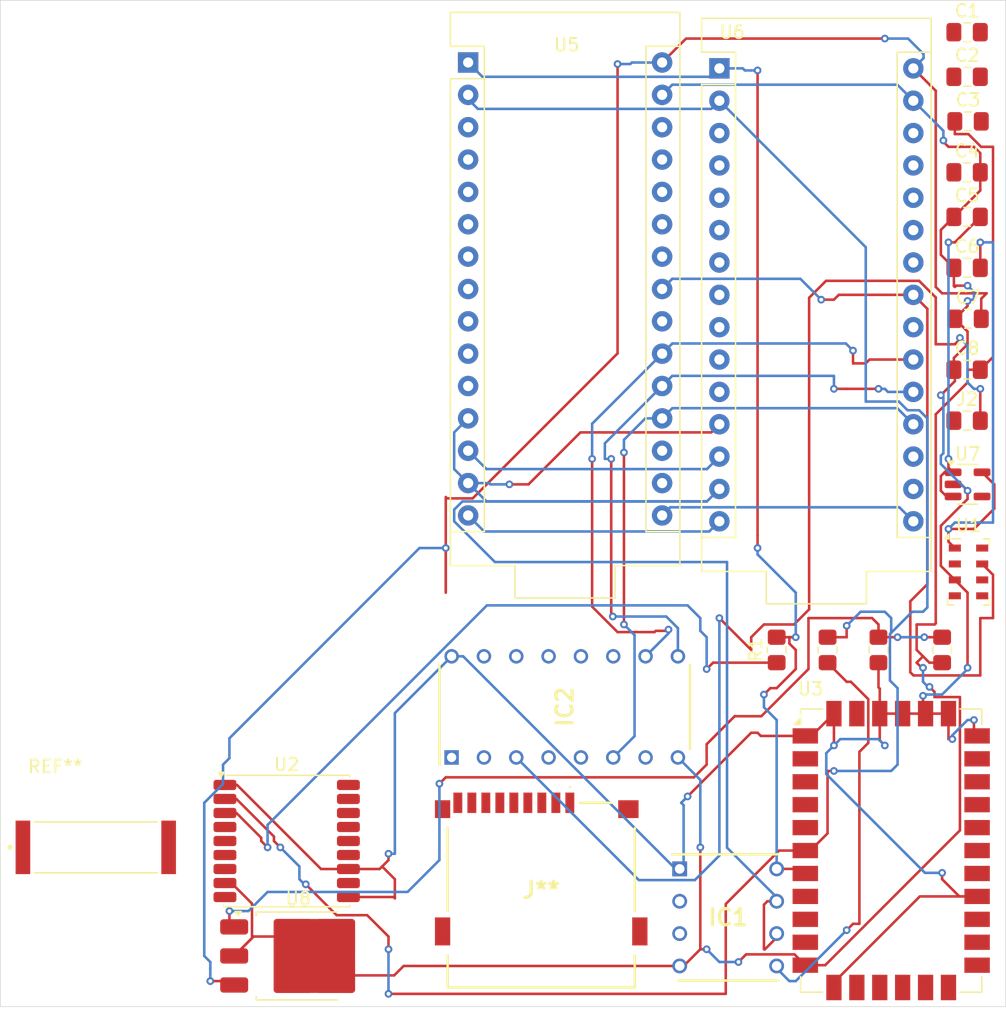
<source format=kicad_pcb>
(kicad_pcb (version 20240108) (generator "pcbnew") (generator_version "8.0")
  (layers (0 "F.Cu" signal) (31 "B.Cu" signal) (34 "B.Paste" user) (35 "F.Paste" user) (36 "B.SilkS" user "B.Silkscreen") (37 "F.SilkS" user "F.Silkscreen") (38 "B.Mask" user) (39 "F.Mask" user) (44 "Edge.Cuts" user))
  (net 0 "")
  (net 1 "Net-(U4-C2+)")
  (net 2 "Net-(U4-C2-)")
  (net 3 "Net-(U4-C1+)")
  (net 4 "Net-(U4-C1-)")
  (net 5 "Net-(IC1-DI)")
  (net 6 "Net-(U4-VS+)")
  (net 7 "Net-(U4-VS-)")
  (net 8 "GND")
  (net 9 "Net-(BT1-+)")
  (net 10 "Net-(U1-VDD)")
  (net 11 "Net-(BT2-+)")
  (net 12 "Net-(U3-PB12)")
  (net 15 "Net-(IC1-A)")
  (net 16 "Net-(IC1-VCC)")
  (net 17 "Net-(IC1-GND)")
  (net 21 "Net-(IC2-COMMON_“Y”_OUT{slash}IN)")
  (net 22 "Net-(IC2-INH)")
  (net 23 "Net-(IC2-A)")
  (net 28 "Net-(IC2-B)")
  (net 30 "Net-(IC2-COMMON_“X”_OUT{slash}IN)")
  (net 33 "Net-(U2-RXD1)")
  (net 34 "Net-(U2-TXD1)")
  (net 35 "Net-(U8-ADJ)")
  (net 37 "Net-(U1-SDI{slash}SDA)")
  (net 79 "Net-(J1-CLK)")
  (net 85 "Net-(J1-DAT0)")
  (net 91 "Net-(J1-CMD)")
  (footprint "Package_TO_SOT_SMD:SOT-23-5" (layer "F.Cu") (at 142.5 58.065685)
    (property "Reference" "U7")
    (property "Value" "TPS7A0530PDBV")
  )
  (footprint "MAX485EPA+:DIP762W56P254L938H457Q8N" (layer "F.Cu") (at 123.69 92.065685)
    (property "Reference" "IC1")
    (property "Value" "MAX485EPA+" (hide yes))
  )
  (footprint "Capacitor_SMD:C_0805_2012Metric_Pad1.18x1.45mm_HandSolder" (layer "F.Cu") (at 142.4625 22.565685)
    (property "Reference" "C1")
    (property "Value" "10u")
  )
  (footprint "Resistor_SMD:R_0805_2012Metric_Pad1.20x1.40mm_HandSolder" (layer "F.Cu") (at 135.5 71.065685 90)
    (property "Reference" "R4" (hide yes))
    (property "Value" "3k")
  )
  (footprint "Capacitor_SMD:C_0805_2012Metric_Pad1.18x1.45mm_HandSolder" (layer "F.Cu") (at 142.4625 53.065685)
    (property "Reference" "J2")
    (property "Value" "DE9_Plug")
  )
  (footprint "Capacitor_SMD:C_0805_2012Metric_Pad1.18x1.45mm_HandSolder" (layer "F.Cu") (at 142.5375 29.565685)
    (property "Reference" "C3")
    (property "Value" "10u")
  )
  (footprint "MicroSD:MICROSDCARD" (layer "F.Cu") (at 109 89.915685)
    (property "Reference" "J**")
    (property "Value" "MICROSDCARD" (hide yes))
  )
  (footprint "Arduino:Arduino_Nano" (layer "F.Cu") (at 103.26 24.945685)
    (property "Reference" "U5")
    (property "Value" "Arduino_Nano")
  )
  (footprint "Capacitor_SMD:C_0805_2012Metric_Pad1.18x1.45mm_HandSolder" (layer "F.Cu") (at 142.4625 41.065685)
    (property "Reference" "C6")
    (property "Value" "0.1U")
  )
  (footprint "Package_TO_SOT_SMD:TO-252-3_TabPin2" (layer "F.Cu") (at 89.915 95.090685)
    (property "Reference" "U8")
    (property "Value" "LM1117DT-ADJ")
  )
  (footprint "RF_GPS:Quectel_L70-R" (layer "F.Cu") (at 89 86.065685)
    (property "Reference" "U2")
    (property "Value" "L70-R")
  )
  (footprint "Capacitor_SMD:C_0805_2012Metric_Pad1.18x1.45mm_HandSolder" (layer "F.Cu") (at 142.4625 37.065685)
    (property "Reference" "C5")
    (property "Value" "0.1U" (hide yes))
  )
  (footprint "Capacitor_SMD:C_0805_2012Metric_Pad1.18x1.45mm_HandSolder" (layer "F.Cu") (at 142.5375 45.065685)
    (property "Reference" "C7")
    (property "Value" "10U" (hide yes))
  )
  (footprint "CD4051BEE4 Multiplexer:DIP794W53P254L1930H508Q16N" (layer "F.Cu") (at 110.85 75.535685 90)
    (property "Reference" "IC2")
    (property "Value" "CD4052BE" (hide yes))
  )
  (footprint "Capacitor_SMD:C_0805_2012Metric_Pad1.18x1.45mm_HandSolder" (layer "F.Cu") (at 142.4625 26.065685)
    (property "Reference" "C2")
    (property "Value" "10u")
  )
  (footprint "Package_LGA:LGA-8_3x5mm_P1.25mm" (layer "F.Cu") (at 142.575 64.940685)
    (property "Reference" "U1")
    (property "Value" "MS5607-02BA")
  )
  (footprint "RF_Module:RAK811" (layer "F.Cu") (at 136.5 86.815685)
    (property "Reference" "U3")
    (property "Value" "RAK811-LF-CN470")
  )
  (footprint "Capacitor_SMD:C_0805_2012Metric_Pad1.18x1.45mm_HandSolder" (layer "F.Cu") (at 142.4625 49.065685)
    (property "Reference" "C8")
    (property "Value" "100U")
  )
  (footprint "Resistor_SMD:R_0805_2012Metric_Pad1.20x1.40mm_HandSolder" (layer "F.Cu") (at 127.5 71.065685 90)
    (property "Reference" "R1")
    (property "Value" "4.7k" (hide yes))
  )
  (footprint "Resistor_SMD:R_0805_2012Metric_Pad1.20x1.40mm_HandSolder" (layer "F.Cu") (at 131.5 71.065685 90)
    (property "Reference" "R2" (hide yes))
    (property "Value" "4.7k" (hide yes))
  )
  (footprint "Capacitor_SMD:C_0805_2012Metric_Pad1.18x1.45mm_HandSolder" (layer "F.Cu") (at 142.4625 33.565685)
    (property "Reference" "C4")
    (property "Value" "10u" (hide yes))
  )
  (footprint "Arduino:Arduino_Nano" (layer "F.Cu") (at 123 25.405685)
    (property "Reference" "U6")
    (property "Value" "Arduino_Nano")
  )
  (footprint "ACAG1204-433-T:XDCR_ACAG1204-433-T" (layer "F.Cu") (at 74 86.565685)
    (property "Reference" "REF**")
    (property "Value" "XDCR_ACAG1204-433-T")
  )
  (footprint "Resistor_SMD:R_0805_2012Metric_Pad1.20x1.40mm_HandSolder" (layer "F.Cu") (at 140.5 71.065685 90)
    (property "Reference" "R3" (hide yes))
    (property "Value" "1k" (hide yes))
  )
  (gr_line (start 66.5 20.065685) (end 66.5 99.065685) (stroke (width 0.05)) (layer "Edge.Cuts"))
  (gr_line (start 66.5 99.065685) (end 145.5 99.065685) (stroke (width 0.05)) (layer "Edge.Cuts"))
  (gr_line (start 145.5 99.065685) (end 145.5 20.065685) (stroke (width 0.05)) (layer "Edge.Cuts"))
  (gr_line (start 145.5 20.065685) (end 66.5 20.065685) (stroke (width 0.05)) (layer "Edge.Cuts"))
  (segment (start 140 52.565685) (end 140 68.980941) (width 0.2) (layer "F.Cu") (net 5))
  (segment (start 142.565686 30.565685) (end 143.565686 31.565685) (width 0.2) (layer "F.Cu") (net 5))
  (segment (start 144.5 31.565685) (end 144.5 48.065685) (width 0.2) (layer "F.Cu") (net 5))
  (segment (start 84.15 89.365685) (end 84.662648 89.365685) (width 0.2) (layer "F.Cu") (net 5))
  (segment (start 125.1 94.965685) (end 125 95.065685) (width 0.2) (layer "F.Cu") (net 5))
  (segment (start 138.5 69.065685) (end 138.5 71.065685) (width 0.2) (layer "F.Cu") (net 5))
  (segment (start 86.275 90.978037) (end 86.275 93.690685) (width 0.2) (layer "F.Cu") (net 5))
  (segment (start 97.45 96.615685) (end 98.19 95.875685) (width 0.2) (layer "F.Cu") (net 5))
  (segment (start 125 95.065685) (end 124.5 95.565685) (width 0.2) (layer "F.Cu") (net 5))
  (segment (start 86.275 93.690685) (end 84.875 95.090685) (width 0.2) (layer "F.Cu") (net 5))
  (segment (start 139.512149 73.965685) (end 139.9 74.353536) (width 0.2) (layer "F.Cu") (net 5))
  (segment (start 139.9 74.765685) (end 141.9 74.765685) (width 0.2) (layer "F.Cu") (net 5))
  (segment (start 86.4 93.565685) (end 84.875 95.090685) (width 0.2) (layer "F.Cu") (net 5))
  (segment (start 138.5 72.065685) (end 138.9 72.465685) (width 0.2) (layer "F.Cu") (net 5))
  (segment (start 144.5 48.065685) (end 143.5 49.065685) (width 0.2) (layer "F.Cu") (net 5))
  (segment (start 92.85 96.615685) (end 92.85 93.565685) (width 0.2) (layer "F.Cu") (net 5))
  (segment (start 141.5 30.565685) (end 142.565686 30.565685) (width 0.2) (layer "F.Cu") (net 5))
  (segment (start 141.9 74.765685) (end 141.9 85.23137) (width 0.2) (layer "F.Cu") (net 5))
  (segment (start 128.9 94.965685) (end 125.1 94.965685) (width 0.2) (layer "F.Cu") (net 5))
  (segment (start 141.5 29.565685) (end 141.5 30.565685) (width 0.2) (layer "F.Cu") (net 5))
  (segment (start 139.9 74.353536) (end 139.9 74.765685) (width 0.2) (layer "F.Cu") (net 5))
  (segment (start 98.19 95.875685) (end 119.88 95.875685) (width 0.2) (layer "F.Cu") (net 5))
  (segment (start 142.5 50.065685) (end 140 52.565685) (width 0.2) (layer "F.Cu") (net 5))
  (segment (start 121.5 86.565685) (end 121.5 94.565685) (width 0.2) (layer "F.Cu") (net 5))
  (segment (start 84.662648 89.365685) (end 86.275 90.978037) (width 0.2) (layer "F.Cu") (net 5))
  (segment (start 140 68.980941) (end 139.915256 69.065685) (width 0.2) (layer "F.Cu") (net 5))
  (segment (start 143.565686 31.565685) (end 144.5 31.565685) (width 0.2) (layer "F.Cu") (net 5))
  (segment (start 92.85 96.615685) (end 97.45 96.615685) (width 0.2) (layer "F.Cu") (net 5))
  (segment (start 139 71.565685) (end 138.5 72.065685) (width 0.2) (layer "F.Cu") (net 5))
  (segment (start 138.5 71.065685) (end 139 71.565685) (width 0.2) (layer "F.Cu") (net 5))
  (segment (start 138.9 72.465685) (end 139 72.465685) (width 0.2) (layer "F.Cu") (net 5))
  (segment (start 141.9 85.23137) (end 131.315685 95.815685) (width 0.2) (layer "F.Cu") (net 5))
  (segment (start 143.5 49.065685) (end 142.5 49.065685) (width 0.2) (layer "F.Cu") (net 5))
  (segment (start 139.5 72.065685) (end 140.5 72.065685) (width 0.2) (layer "F.Cu") (net 5))
  (segment (start 121.5 94.565685) (end 120.19 95.875685) (width 0.2) (layer "F.Cu") (net 5))
  (segment (start 131.315685 95.815685) (end 129.75 95.815685) (width 0.2) (layer "F.Cu") (net 5))
  (segment (start 139 71.565685) (end 139.5 72.065685) (width 0.2) (layer "F.Cu") (net 5))
  (segment (start 122 94.565685) (end 121.5 94.565685) (width 0.2) (layer "F.Cu") (net 5))
  (segment (start 89.5 93.565685) (end 86.4 93.565685) (width 0.2) (layer "F.Cu") (net 5))
  (segment (start 139.915256 69.065685) (end 138.5 69.065685) (width 0.2) (layer "F.Cu") (net 5))
  (segment (start 142.5 49.065685) (end 142.5 50.065685) (width 0.2) (layer "F.Cu") (net 5))
  (segment (start 129.75 95.815685) (end 128.9 94.965685) (width 0.2) (layer "F.Cu") (net 5))
  (via (at 139 72.465685) (size 0.6) (drill 0.3) (layers "F.Cu" "B.Cu") (net 5))
  (via (at 122 94.565685) (size 0.6) (drill 0.3) (layers "F.Cu" "B.Cu") (net 5))
  (via (at 124.5 95.565685) (size 0.6) (drill 0.3) (layers "F.Cu" "B.Cu") (net 5))
  (via (at 139.512149 73.965685) (size 0.6) (drill 0.3) (layers "F.Cu" "B.Cu") (net 5))
  (via (at 121.5 86.565685) (size 0.6) (drill 0.3) (layers "F.Cu" "B.Cu") (net 5))
  (segment (start 123 95.565685) (end 122.5 95.065685) (width 0.2) (layer "B.Cu") (net 5))
  (segment (start 121.5 81.265685) (end 121.5 85.565685) (width 0.2) (layer "B.Cu") (net 5))
  (segment (start 119.74 79.505685) (end 121.5 81.265685) (width 0.2) (layer "B.Cu") (net 5))
  (segment (start 139 73.565685) (end 139.4 73.965685) (width 0.2) (layer "B.Cu") (net 5))
  (segment (start 124.5 95.565685) (end 123 95.565685) (width 0.2) (layer "B.Cu") (net 5))
  (segment (start 122.5 95.065685) (end 122 94.565685) (width 0.2) (layer "B.Cu") (net 5))
  (segment (start 121.5 85.565685) (end 121.5 86.565685) (width 0.2) (layer "B.Cu") (net 5))
  (segment (start 139.4 73.965685) (end 139.512149 73.965685) (width 0.2) (layer "B.Cu") (net 5))
  (segment (start 139 72.465685) (end 139 73.565685) (width 0.2) (layer "B.Cu") (net 5))
  (segment (start 142.5 58.565685) (end 142.5 59.217156) (width 0.2) (layer "F.Cu") (net 8))
  (segment (start 126.25 77.815685) (end 129.75 77.815685) (width 0.2) (layer "F.Cu") (net 8))
  (segment (start 132 97.565685) (end 132 97.165685) (width 0.2) (layer "F.Cu") (net 8))
  (segment (start 135.6 76.065685) (end 137.4 76.065685) (width 0.2) (layer "F.Cu") (net 8))
  (segment (start 142.5 58.565685) (end 142 58.065685) (width 0.2) (layer "F.Cu") (net 8))
  (segment (start 135.6 78.165685) (end 135.6 76.065685) (width 0.2) (layer "F.Cu") (net 8))
  (segment (start 143.5 34.990685) (end 141.425 37.065685) (width 0.2) (layer "F.Cu") (net 8))
  (segment (start 96.5 88.065685) (end 96.3 88.265685) (width 0.2) (layer "F.Cu") (net 8))
  (segment (start 141.5 49.140685) (end 141.425 49.065685) (width 0.2) (layer "F.Cu") (net 8))
  (segment (start 97 87.565685) (end 96.5 88.065685) (width 0.2) (layer "F.Cu") (net 8))
  (segment (start 140.6 31.165685) (end 140.6 31.065685) (width 0.2) (layer "F.Cu") (net 8))
  (segment (start 141.425 42.490685) (end 141.5 42.565685) (width 0.2) (layer "F.Cu") (net 8))
  (segment (start 142.5 72.665685) (end 142.5 72.465685) (width 0.2) (layer "F.Cu") (net 8))
  (segment (start 135.6 74.1) (end 135.5 74) (width 0.2) (layer "F.Cu") (net 8))
  (segment (start 142.5 71.565685) (end 142.5 72.665685) (width 0.2) (layer "F.Cu") (net 8))
  (segment (start 143 76.565685) (end 143 77.565685) (width 0.2) (layer "F.Cu") (net 8))
  (segment (start 142.5 46.065685) (end 142.5 47.065685) (width 0.2) (layer "F.Cu") (net 8))
  (segment (start 132 77.565685) (end 132 78.265685) (width 0.2) (layer "F.Cu") (net 8))
  (segment (start 141 76.065685) (end 141 76.565685) (width 0.2) (layer "F.Cu") (net 8))
  (segment (start 141.5 65.565685) (end 142.5 66.565685) (width 0.2) (layer "F.Cu") (net 8))
  (segment (start 142.5 47.065685) (end 141.425 48.140685) (width 0.2) (layer "F.Cu") (net 8))
  (segment (start 141.425 48.140685) (end 141.425 49.065685) (width 0.2) (layer "F.Cu") (net 8))
  (segment (start 129.75 77.815685) (end 130.25 77.815685) (width 0.2) (layer "F.Cu") (net 8))
  (segment (start 84.15 81.665685) (end 85.1 81.665685) (width 0.2) (layer "F.Cu") (net 8))
  (segment (start 125.5 77.565685) (end 126 77.565685) (width 0.2) (layer "F.Cu") (net 8))
  (segment (start 141 78.065685) (end 141.3 78.065685) (width 0.2) (layer "F.Cu") (net 8))
  (segment (start 135.6 76.065685) (end 135.6 74.1) (width 0.2) (layer "F.Cu") (net 8))
  (segment (start 142 31.565685) (end 141 31.565685) (width 0.2) (layer "F.Cu") (net 8))
  (segment (start 132 78.265685) (end 132 78.565685) (width 0.2) (layer "F.Cu") (net 8))
  (segment (start 143 77.565685) (end 143.25 77.815685) (width 0.2) (layer "F.Cu") (net 8))
  (segment (start 141.425 41.065685) (end 141.425 42.490685) (width 0.2) (layer "F.Cu") (net 8))
  (segment (start 142.5 43.665685) (end 142.5 44.065685) (width 0.2) (layer "F.Cu") (net 8))
  (segment (start 140.4 40.040685) (end 141.425 41.065685) (width 0.2) (layer "F.Cu") (net 8))
  (segment (start 141.5 49.965685) (end 141.5 49.140685) (width 0.2) (layer "F.Cu") (net 8))
  (segment (start 91.7 88.265685) (end 93.85 88.265685) (width 0.2) (layer "F.Cu") (net 8))
  (segment (start 132 76.065685) (end 132 77.565685) (width 0.2) (layer "F.Cu") (net 8))
  (segment (start 97.4 90.465685) (end 97.5 90.565685) (width 0.2) (layer "F.Cu") (net 8))
  (segment (start 143 31.565685) (end 142 31.565685) (width 0.2) (layer "F.Cu") (net 8))
  (segment (start 141.6 42.465685) (end 142.5 42.465685) (width 0.2) (layer "F.Cu") (net 8))
  (segment (start 135.5 74) (end 135.5 72.065685) (width 0.2) (layer "F.Cu") (net 8))
  (segment (start 96.3 88.265685) (end 93.85 88.265685) (width 0.2) (layer "F.Cu") (net 8))
  (segment (start 130.25 77.815685) (end 132 76.065685) (width 0.2) (layer "F.Cu") (net 8))
  (segment (start 143.5 33.565685) (end 143.5 32.065685) (width 0.2) (layer "F.Cu") (net 8))
  (segment (start 142.5 59.217156) (end 140.4 61.317156) (width 0.2) (layer "F.Cu") (net 8))
  (segment (start 142.5 66.565685) (end 142.5 71.565685) (width 0.2) (layer "F.Cu") (net 8))
  (segment (start 142.5 44.065685) (end 141.5 45.065685) (width 0.2) (layer "F.Cu") (net 8))
  (segment (start 139 75.865685) (end 139.2 76.065685) (width 0.2) (layer "F.Cu") (net 8))
  (segment (start 97 87.065685) (end 97 87.565685) (width 0.2) (layer "F.Cu") (net 8))
  (segment (start 138.75 90.415685) (end 143.25 90.415685) (width 0.2) (layer "F.Cu") (net 8))
  (segment (start 97.5 89.065685) (end 96.5 88.065685) (width 0.2) (layer "F.Cu") (net 8))
  (segment (start 141.5 42.565685) (end 141.6 42.465685) (width 0.2) (layer "F.Cu") (net 8))
  (segment (start 142 58.065685) (end 141.3625 58.065685) (width 0.2) (layer "F.Cu") (net 8))
  (segment (start 141.425 37.065685) (end 140.4 38.090685) (width 0.2) (layer "F.Cu") (net 8))
  (segment (start 143.25 90.415685) (end 143.65 90.415685) (width 0.2) (layer "F.Cu") (net 8))
  (segment (start 141.85 90.415685) (end 140.5 89.065685) (width 0.2) (layer "F.Cu") (net 8))
  (segment (start 141 76.065685) (end 137.4 76.065685) (width 0.2) (layer "F.Cu") (net 8))
  (segment (start 97.5 90.565685) (end 97.5 89.065685) (width 0.2) (layer "F.Cu") (net 8))
  (segment (start 141.5 45.065685) (end 142.5 46.065685) (width 0.2) (layer "F.Cu") (net 8))
  (segment (start 85.1 81.665685) (end 91.7 88.265685) (width 0.2) (layer "F.Cu") (net 8))
  (segment (start 139 74.665685) (end 139 75.865685) (width 0.2) (layer "F.Cu") (net 8))
  (segment (start 143.5 33.565685) (end 143.5 34.990685) (width 0.2) (layer "F.Cu") (net 8))
  (segment (start 93.85 90.465685) (end 97.4 90.465685) (width 0.2) (layer "F.Cu") (net 8))
  (segment (start 141 31.565685) (end 140.6 31.165685) (width 0.2) (layer "F.Cu") (net 8))
  (segment (start 120.5 82.565685) (end 125.5 77.565685) (width 0.2) (layer "F.Cu") (net 8))
  (segment (start 132 97.165685) (end 138.75 90.415685) (width 0.2) (layer "F.Cu") (net 8))
  (segment (start 143.5 32.065685) (end 143 31.565685) (width 0.2) (layer "F.Cu") (net 8))
  (segment (start 141 76.565685) (end 141 78.065685) (width 0.2) (layer "F.Cu") (net 8))
  (segment (start 140.4 64.465685) (end 141.5 65.565685) (width 0.2) (layer "F.Cu") (net 8))
  (segment (start 140.4 38.090685) (end 140.4 40.040685) (width 0.2) (layer "F.Cu") (net 8))
  (segment (start 140.5 89.065685) (end 140.5 88.565685) (width 0.2) (layer "F.Cu") (net 8))
  (segment (start 126 77.565685) (end 126.25 77.815685) (width 0.2) (layer "F.Cu") (net 8))
  (segment (start 136 78.565685) (end 135.6 78.165685) (width 0.2) (layer "F.Cu") (net 8))
  (segment (start 140.4 61.317156) (end 140.4 64.465685) (width 0.2) (layer "F.Cu") (net 8))
  (segment (start 143.25 90.415685) (end 141.85 90.415685) (width 0.2) (layer "F.Cu") (net 8))
  (segment (start 140.4 51.065685) (end 141.5 49.965685) (width 0.2) (layer "F.Cu") (net 8))
  (via (at 142.5 43.665685) (size 0.6) (drill 0.3) (layers "F.Cu" "B.Cu") (net 8))
  (via (at 140.4 51.065685) (size 0.6) (drill 0.3) (layers "F.Cu" "B.Cu") (net 8))
  (via (at 97 87.065685) (size 0.6) (drill 0.3) (layers "F.Cu" "B.Cu") (net 8))
  (via (at 142.5 72.465685) (size 0.6) (drill 0.3) (layers "F.Cu" "B.Cu") (net 8))
  (via (at 132 78.565685) (size 0.6) (drill 0.3) (layers "F.Cu" "B.Cu") (net 8))
  (via (at 139 74.665685) (size 0.6) (drill 0.3) (layers "F.Cu" "B.Cu") (net 8))
  (via (at 142.5 42.465685) (size 0.6) (drill 0.3) (layers "F.Cu" "B.Cu") (net 8))
  (via (at 136 78.565685) (size 0.6) (drill 0.3) (layers "F.Cu" "B.Cu") (net 8))
  (via (at 120.5 82.565685) (size 0.6) (drill 0.3) (layers "F.Cu" "B.Cu") (net 8))
  (via (at 142.5 58.565685) (size 0.6) (drill 0.3) (layers "F.Cu" "B.Cu") (net 8))
  (via (at 143 76.565685) (size 0.6) (drill 0.3) (layers "F.Cu" "B.Cu") (net 8))
  (via (at 140.5 88.565685) (size 0.6) (drill 0.3) (layers "F.Cu" "B.Cu") (net 8))
  (via (at 140.6 31.065685) (size 0.6) (drill 0.3) (layers "F.Cu" "B.Cu") (net 8))
  (via (at 141.3 78.065685) (size 0.6) (drill 0.3) (layers "F.Cu" "B.Cu") (net 8))
  (segment (start 120.19 88.255685) (end 120.19 83.255685) (width 0.2) (layer "B.Cu") (net 8))
  (segment (start 119.553295 88.255685) (end 120.19 88.255685) (width 0.2) (layer "B.Cu") (net 8))
  (segment (start 142.5 42.465685) (end 143 42.965685) (width 0.2) (layer "B.Cu") (net 8))
  (segment (start 101.96 71.565685) (end 97.5 76.025685) (width 0.2) (layer "B.Cu") (net 8))
  (segment (start 97.5 76.025685) (end 97.5 87.065685) (width 0.2) (layer "B.Cu") (net 8))
  (segment (start 140.5 88.565685) (end 139.151471 88.565685) (width 0.2) (layer "B.Cu") (net 8))
  (segment (start 101.96 71.565685) (end 102.863295 71.565685) (width 0.2) (layer "B.Cu") (net 8))
  (segment (start 140.6 31.065685) (end 140.6 30.305685) (width 0.2) (layer "B.Cu") (net 8))
  (segment (start 131.4 79.165685) (end 132 78.565685) (width 0.2) (layer "B.Cu") (net 8))
  (segment (start 139.151471 88.565685) (end 131.4 80.814214) (width 0.2) (layer "B.Cu") (net 8))
  (segment (start 140.5 74.565685) (end 139.1 74.565685) (width 0.2) (layer "B.Cu") (net 8))
  (segment (start 143 43.565685) (end 142.6 43.565685) (width 0.2) (layer "B.Cu") (net 8))
  (segment (start 102.863295 71.565685) (end 119.553295 88.255685) (width 0.2) (layer "B.Cu") (net 8))
  (segment (start 140.43 30.135685) (end 138.24 27.945685) (width 0.2) (layer "B.Cu") (net 8))
  (segment (start 142.5 72.465685) (end 142.5 72.565685) (width 0.2) (layer "B.Cu") (net 8))
  (segment (start 120 83.065685) (end 120.5 82.565685) (width 0.2) (layer "B.Cu") (net 8))
  (segment (start 140.6 30.305685) (end 140.43 30.135685) (width 0.2) (layer "B.Cu") (net 8))
  (segment (start 120.19 83.255685) (end 120 83.065685) (width 0.2) (layer "B.Cu") (net 8))
  (segment (start 132.5 78.065685) (end 135.5 78.065685) (width 0.2) (layer "B.Cu") (net 8))
  (segment (start 140.6 51.265685) (end 140.6 55.617156) (width 0.2) (layer "B.Cu") (net 8))
  (segment (start 142.5 76.565685) (end 143 76.565685) (width 0.2) (layer "B.Cu") (net 8))
  (segment (start 119.299999 26.685686) (end 118.5 27.485685) (width 0.2) (layer "B.Cu") (net 8))
  (segment (start 131.4 80.814214) (end 131.4 79.165685) (width 0.2) (layer "B.Cu") (net 8))
  (segment (start 140.6 55.617156) (end 140.4 55.817156) (width 0.2) (layer "B.Cu") (net 8))
  (segment (start 132 78.565685) (end 132.5 78.065685) (width 0.2) (layer "B.Cu") (net 8))
  (segment (start 140.4 55.817156) (end 140.4 56.465685) (width 0.2) (layer "B.Cu") (net 8))
  (segment (start 143 42.965685) (end 143 43.565685) (width 0.2) (layer "B.Cu") (net 8))
  (segment (start 141.3 77.765685) (end 142.5 76.565685) (width 0.2) (layer "B.Cu") (net 8))
  (segment (start 142.5 72.565685) (end 140.5 74.565685) (width 0.2) (layer "B.Cu") (net 8))
  (segment (start 140.4 51.065685) (end 140.6 51.265685) (width 0.2) (layer "B.Cu") (net 8))
  (segment (start 141.3 78.065685) (end 141.3 77.765685) (width 0.2) (layer "B.Cu") (net 8))
  (segment (start 97.5 87.065685) (end 97 87.065685) (width 0.2) (layer "B.Cu") (net 8))
  (segment (start 142.6 43.565685) (end 142.5 43.665685) (width 0.2) (layer "B.Cu") (net 8))
  (segment (start 136.980001 26.685686) (end 119.299999 26.685686) (width 0.2) (layer "B.Cu") (net 8))
  (segment (start 139.1 74.565685) (end 139 74.665685) (width 0.2) (layer "B.Cu") (net 8))
  (segment (start 140.4 56.465685) (end 142.5 58.565685) (width 0.2) (layer "B.Cu") (net 8))
  (segment (start 138.24 27.945685) (end 136.980001 26.685686) (width 0.2) (layer "B.Cu") (net 8))
  (segment (start 135.5 78.065685) (end 136 78.565685) (width 0.2) (layer "B.Cu") (net 8))
  (segment (start 140.85 59.015685) (end 141.3625 59.015685) (width 0.2) (layer "F.Cu") (net 9))
  (segment (start 140.4 57.415686) (end 140.4 58.565685) (width 0.2) (layer "F.Cu") (net 9))
  (segment (start 140.4 58.565685) (end 140.85 59.015685) (width 0.2) (layer "F.Cu") (net 9))
  (segment (start 140.700001 57.115685) (end 140.4 57.415686) (width 0.2) (layer "F.Cu") (net 9))
  (segment (start 143.5 37.065685) (end 141.5 39.065685) (width 0.2) (layer "F.Cu") (net 9))
  (segment (start 141.3625 57.115685) (end 140.700001 57.115685) (width 0.2) (layer "F.Cu") (net 9))
  (segment (start 141.5 39.065685) (end 141 39.065685) (width 0.2) (layer "F.Cu") (net 9))
  (segment (start 141 56.753185) (end 141.3625 57.115685) (width 0.2) (layer "F.Cu") (net 9))
  (segment (start 141 56.065685) (end 141 56.753185) (width 0.2) (layer "F.Cu") (net 9))
  (via (at 141 39.065685) (size 0.6) (drill 0.3) (layers "F.Cu" "B.Cu") (net 9))
  (via (at 141 56.065685) (size 0.6) (drill 0.3) (layers "F.Cu" "B.Cu") (net 9))
  (segment (start 141 39.065685) (end 141 56.065685) (width 0.2) (layer "B.Cu") (net 9))
  (segment (start 144.6 59.965685) (end 143 61.565685) (width 0.2) (layer "F.Cu") (net 10))
  (segment (start 141 61.565685) (end 141 62.565685) (width 0.2) (layer "F.Cu") (net 10))
  (segment (start 143 61.565685) (end 141 61.565685) (width 0.2) (layer "F.Cu") (net 10))
  (segment (start 143.6375 57.115685) (end 144.6 58.078185) (width 0.2) (layer "F.Cu") (net 10))
  (segment (start 144.6 58.078185) (end 144.6 59.965685) (width 0.2) (layer "F.Cu") (net 10))
  (segment (start 143.5 41.065685) (end 143.5 39.565685) (width 0.2) (layer "F.Cu") (net 10))
  (segment (start 141 62.565685) (end 141.5 63.065685) (width 0.2) (layer "F.Cu") (net 10))
  (segment (start 143.5 39.565685) (end 143.5 39.065685) (width 0.2) (layer "F.Cu") (net 10))
  (via (at 143.5 39.065685) (size 0.6) (drill 0.3) (layers "F.Cu" "B.Cu") (net 10))
  (via (at 141 61.565685) (size 0.6) (drill 0.3) (layers "F.Cu" "B.Cu") (net 10))
  (segment (start 143.5 39.065685) (end 144.5 39.065685) (width 0.2) (layer "B.Cu") (net 10))
  (segment (start 141.5 61.065685) (end 141 61.565685) (width 0.2) (layer "B.Cu") (net 10))
  (segment (start 144.5 39.065685) (end 144.5 40.065685) (width 0.2) (layer "B.Cu") (net 10))
  (segment (start 144.5 40.065685) (end 144.5 61.065685) (width 0.2) (layer "B.Cu") (net 10))
  (segment (start 144.5 61.065685) (end 143.5 61.065685) (width 0.2) (layer "B.Cu") (net 10))
  (segment (start 143.5 61.065685) (end 141.5 61.065685) (width 0.2) (layer "B.Cu") (net 10))
  (segment (start 143.575 43.490685) (end 143.575 45.065685) (width 0.2) (layer "F.Cu") (net 11))
  (segment (start 101.5 62.565685) (end 101.5 66.565685) (width 0.2) (layer "F.Cu") (net 11))
  (segment (start 120.38 23.065685) (end 118.5 24.945685) (width 0.2) (layer "F.Cu") (net 11))
  (segment (start 101.6 59.165685) (end 101.5 59.065685) (width 0.2) (layer "F.Cu") (net 11))
  (segment (start 140 42.565685) (end 140.5 43.065685) (width 0.2) (layer "F.Cu") (net 11))
  (segment (start 101.5 66.565685) (end 101.5 63.065685) (width 0.2) (layer "F.Cu") (net 11))
  (segment (start 115 25.065685) (end 115 47.78132) (width 0.2) (layer "F.Cu") (net 11))
  (segment (start 103.615635 59.165685) (end 101.6 59.165685) (width 0.2) (layer "F.Cu") (net 11))
  (segment (start 84.57 97.065685) (end 84.875 97.370685) (width 0.2) (layer "F.Cu") (net 11))
  (segment (start 101.5 59.065685) (end 101.5 62.565685) (width 0.2) (layer "F.Cu") (net 11))
  (segment (start 138.24 25.405685) (end 140 27.165685) (width 0.2) (layer "F.Cu") (net 11))
  (segment (start 140 27.165685) (end 140 42.565685) (width 0.2) (layer "F.Cu") (net 11))
  (segment (start 136 23.065685) (end 120.38 23.065685) (width 0.2) (layer "F.Cu") (net 11))
  (segment (start 140.5 43.065685) (end 144 43.065685) (width 0.2) (layer "F.Cu") (net 11))
  (segment (start 83 97.065685) (end 84.57 97.065685) (width 0.2) (layer "F.Cu") (net 11))
  (segment (start 144 43.065685) (end 143.575 43.490685) (width 0.2) (layer "F.Cu") (net 11))
  (segment (start 115 47.78132) (end 103.615635 59.165685) (width 0.2) (layer "F.Cu") (net 11))
  (via (at 83 97.065685) (size 0.6) (drill 0.3) (layers "F.Cu" "B.Cu") (net 11))
  (via (at 115 25.065685) (size 0.6) (drill 0.3) (layers "F.Cu" "B.Cu") (net 11))
  (via (at 101.5 63.065685) (size 0.6) (drill 0.3) (layers "F.Cu" "B.Cu") (net 11))
  (via (at 136 23.065685) (size 0.6) (drill 0.3) (layers "F.Cu" "B.Cu") (net 11))
  (segment (start 99.434315 63.065685) (end 84.5 78) (width 0.2) (layer "B.Cu") (net 11))
  (segment (start 83 96.065685) (end 83 97.065685) (width 0.2) (layer "B.Cu") (net 11))
  (segment (start 116.12 24.945685) (end 116 25.065685) (width 0.2) (layer "B.Cu") (net 11))
  (segment (start 101.5 63.065685) (end 99.434315 63.065685) (width 0.2) (layer "B.Cu") (net 11))
  (segment (start 139.039999 24.279999) (end 137.825685 23.065685) (width 0.2) (layer "B.Cu") (net 11))
  (segment (start 138.24 25.405685) (end 139.039999 24.605686) (width 0.2) (layer "B.Cu") (net 11))
  (segment (start 139.039999 24.605686) (end 139.039999 24.279999) (width 0.2) (layer "B.Cu") (net 11))
  (segment (start 84.5 78) (end 84.5 79.565685) (width 0.2) (layer "B.Cu") (net 11))
  (segment (start 82.525 83.065685) (end 82.525 95.090685) (width 0.2) (layer "B.Cu") (net 11))
  (segment (start 118.5 24.945685) (end 116.12 24.945685) (width 0.2) (layer "B.Cu") (net 11))
  (segment (start 116 25.065685) (end 115 25.065685) (width 0.2) (layer "B.Cu") (net 11))
  (segment (start 84 81.590685) (end 82.525 83.065685) (width 0.2) (layer "B.Cu") (net 11))
  (segment (start 84.5 79.565685) (end 84 80.065685) (width 0.2) (layer "B.Cu") (net 11))
  (segment (start 82.525 95.090685) (end 83 95.565685) (width 0.2) (layer "B.Cu") (net 11))
  (segment (start 84 80.065685) (end 84 81.590685) (width 0.2) (layer "B.Cu") (net 11))
  (segment (start 137.825685 23.065685) (end 136 23.065685) (width 0.2) (layer "B.Cu") (net 11))
  (segment (start 83 95.565685) (end 83 96.065685) (width 0.2) (layer "B.Cu") (net 11))
  (segment (start 129.75 79.615685) (end 129.35 79.615685) (width 0.2) (layer "F.Cu") (net 12))
  (segment (start 126.58 94.565685) (end 127.81 93.335685) (width 0.2) (layer "F.Cu") (net 15))
  (segment (start 126.5 91.065685) (end 126.5 94.565685) (width 0.2) (layer "F.Cu") (net 15))
  (segment (start 126.5 94.565685) (end 126.58 94.565685) (width 0.2) (layer "F.Cu") (net 15))
  (segment (start 122.36 53.985685) (end 123 53.345685) (width 0.2) (layer "F.Cu") (net 15))
  (segment (start 127.81 90.795685) (end 126.77 90.795685) (width 0.2) (layer "F.Cu") (net 15))
  (segment (start 112.08 53.985685) (end 122.36 53.985685) (width 0.2) (layer "F.Cu") (net 15))
  (segment (start 126.77 90.795685) (end 126.5 91.065685) (width 0.2) (layer "F.Cu") (net 15))
  (segment (start 106.5 58.065685) (end 108 58.065685) (width 0.2) (layer "F.Cu") (net 15))
  (segment (start 108 58.065685) (end 112.08 53.985685) (width 0.2) (layer "F.Cu") (net 15))
  (via (at 106.5 58.065685) (size 0.6) (drill 0.3) (layers "F.Cu" "B.Cu") (net 15))
  (segment (start 104.7 59.405685) (end 103.26 57.965685) (width 0.2) (layer "B.Cu") (net 15))
  (segment (start 103.26 57.965685) (end 104.9 57.965685) (width 0.2) (layer "B.Cu") (net 15))
  (segment (start 103.26 52.885685) (end 102.16 53.985685) (width 0.2) (layer "B.Cu") (net 15))
  (segment (start 123.6 64.165685) (end 105.364365 64.165685) (width 0.2) (layer "B.Cu") (net 15))
  (segment (start 102.16 60.96132) (end 102.16 60.05005) (width 0.2) (layer "B.Cu") (net 15))
  (segment (start 105 58.065685) (end 106.5 58.065685) (width 0.2) (layer "B.Cu") (net 15))
  (segment (start 122.02 59.405685) (end 123 58.425685) (width 0.2) (layer "B.Cu") (net 15))
  (segment (start 102.16 56.865685) (end 103.26 57.965685) (width 0.2) (layer "B.Cu") (net 15))
  (segment (start 122.02 59.405685) (end 104.7 59.405685) (width 0.2) (layer "B.Cu") (net 15))
  (segment (start 105.364365 64.165685) (end 102.16 60.96132) (width 0.2) (layer "B.Cu") (net 15))
  (segment (start 104.9 57.965685) (end 105 58.065685) (width 0.2) (layer "B.Cu") (net 15))
  (segment (start 102.16 53.985685) (end 102.16 56.865685) (width 0.2) (layer "B.Cu") (net 15))
  (segment (start 102.16 60.05005) (end 102.804365 59.405685) (width 0.2) (layer "B.Cu") (net 15))
  (segment (start 123.6 86.585685) (end 123.6 64.165685) (width 0.2) (layer "B.Cu") (net 15))
  (segment (start 102.804365 59.405685) (end 122.02 59.405685) (width 0.2) (layer "B.Cu") (net 15))
  (segment (start 127.81 90.795685) (end 123.6 86.585685) (width 0.2) (layer "B.Cu") (net 15))
  (segment (start 129.75 88.615685) (end 130.15 88.615685) (width 0.2) (layer "F.Cu") (net 16))
  (segment (start 129.39 88.255685) (end 129.75 88.615685) (width 0.2) (layer "F.Cu") (net 16))
  (segment (start 127.5 74.065685) (end 127 74.065685) (width 0.2) (layer "F.Cu") (net 16))
  (segment (start 127.5 88.255685) (end 129.39 88.255685) (width 0.2) (layer "F.Cu") (net 16))
  (segment (start 126 62.065685) (end 126 63.065685) (width 0.2) (layer "F.Cu") (net 16))
  (segment (start 127.5 70.065685) (end 128.5 70.065685) (width 0.2) (layer "F.Cu") (net 16))
  (segment (start 128.5 70.065685) (end 129 70.065685) (width 0.2) (layer "F.Cu") (net 16))
  (segment (start 128.5 70.565685) (end 129 71.065685) (width 0.2) (layer "F.Cu") (net 16))
  (segment (start 129 72.565685) (end 127.5 74.065685) (width 0.2) (layer "F.Cu") (net 16))
  (segment (start 129 71.065685) (end 129 72.565685) (width 0.2) (layer "F.Cu") (net 16))
  (segment (start 127 74.065685) (end 126.5 74.565685) (width 0.2) (layer "F.Cu") (net 16))
  (segment (start 128.5 70.065685) (end 128.5 70.565685) (width 0.2) (layer "F.Cu") (net 16))
  (segment (start 126 25.565685) (end 126 62.065685) (width 0.2) (layer "F.Cu") (net 16))
  (via (at 126 63.065685) (size 0.6) (drill 0.3) (layers "F.Cu" "B.Cu") (net 16))
  (via (at 126 25.565685) (size 0.6) (drill 0.3) (layers "F.Cu" "B.Cu") (net 16))
  (via (at 129 70.065685) (size 0.6) (drill 0.3) (layers "F.Cu" "B.Cu") (net 16))
  (via (at 126.5 74.565685) (size 0.6) (drill 0.3) (layers "F.Cu" "B.Cu") (net 16))
  (segment (start 127.5 76.565685) (end 127.5 88.255685) (width 0.2) (layer "B.Cu") (net 16))
  (segment (start 126.5 74.565685) (end 126.5 75.565685) (width 0.2) (layer "B.Cu") (net 16))
  (segment (start 125.5 25.565685) (end 126 25.565685) (width 0.2) (layer "B.Cu") (net 16))
  (segment (start 129 70.065685) (end 129 66.565685) (width 0.2) (layer "B.Cu") (net 16))
  (segment (start 103.26 24.945685) (end 104.38 26.065685) (width 0.2) (layer "B.Cu") (net 16))
  (segment (start 125 25.565685) (end 125.5 25.565685) (width 0.2) (layer "B.Cu") (net 16))
  (segment (start 123 25.405685) (end 124.84 25.405685) (width 0.2) (layer "B.Cu") (net 16))
  (segment (start 126.5 75.565685) (end 127.5 76.565685) (width 0.2) (layer "B.Cu") (net 16))
  (segment (start 124.84 25.405685) (end 125 25.565685) (width 0.2) (layer "B.Cu") (net 16))
  (segment (start 104.38 26.065685) (end 122.34 26.065685) (width 0.2) (layer "B.Cu") (net 16))
  (segment (start 129 66.565685) (end 126 63.565685) (width 0.2) (layer "B.Cu") (net 16))
  (segment (start 127.81 88.255685) (end 128 88.255685) (width 0.2) (layer "B.Cu") (net 16))
  (segment (start 126 63.565685) (end 126 63.065685) (width 0.2) (layer "B.Cu") (net 16))
  (segment (start 122.34 26.065685) (end 123 25.405685) (width 0.2) (layer "B.Cu") (net 16))
  (segment (start 133 73.565685) (end 133.334314 73.565685) (width 0.2) (layer "F.Cu") (net 17))
  (segment (start 134 79.065685) (end 134.7 78.365685) (width 0.2) (layer "F.Cu") (net 17))
  (segment (start 134 92.565685) (end 133.5 92.565685) (width 0.2) (layer "F.Cu") (net 17))
  (segment (start 134 92.565685) (end 134 79.065685) (width 0.2) (layer "F.Cu") (net 17))
  (segment (start 134.7 78.365685) (end 134.7 74.931371) (width 0.2) (layer "F.Cu") (net 17))
  (segment (start 133.5 92.565685) (end 133 93.065685) (width 0.2) (layer "F.Cu") (net 17))
  (segment (start 133.334314 73.565685) (end 134.7 74.931371) (width 0.2) (layer "F.Cu") (net 17))
  (segment (start 131.5 72.065685) (end 133 73.565685) (width 0.2) (layer "F.Cu") (net 17))
  (via (at 133 93.065685) (size 0.6) (drill 0.3) (layers "F.Cu" "B.Cu") (net 17))
  (segment (start 127.81 96.375685) (end 127.81 95.875685) (width 0.2) (layer "B.Cu") (net 17))
  (segment (start 129 97.065685) (end 128.5 97.065685) (width 0.2) (layer "B.Cu") (net 17))
  (segment (start 128.5 97.065685) (end 127.81 96.375685) (width 0.2) (layer "B.Cu") (net 17))
  (segment (start 133 93.065685) (end 129 97.065685) (width 0.2) (layer "B.Cu") (net 17))
  (segment (start 141.5 47.065685) (end 140 47.065685) (width 0.2) (layer "F.Cu") (net 21))
  (segment (start 128.865685 69.065685) (end 126.5 69.065685) (width 0.2) (layer "F.Cu") (net 21))
  (segment (start 141.9 46.665685) (end 141.5 47.065685) (width 0.2) (layer "F.Cu") (net 21))
  (segment (start 140 47.065685) (end 140 43.39005) (width 0.2) (layer "F.Cu") (net 21))
  (segment (start 141.9 46.565685) (end 141.9 46.665685) (width 0.2) (layer "F.Cu") (net 21))
  (segment (start 143.5 50.565685) (end 143.5 53.065685) (width 0.2) (layer "F.Cu") (net 21))
  (segment (start 138.695635 42.085685) (end 131.38 42.085685) (width 0.2) (layer "F.Cu") (net 21))
  (segment (start 126.5 69.065685) (end 125.5 70.065685) (width 0.2) (layer "F.Cu") (net 21))
  (segment (start 130.051901 67.879469) (end 128.865685 69.065685) (width 0.2) (layer "F.Cu") (net 21))
  (segment (start 130.051901 43.413784) (end 130.051901 67.879469) (width 0.2) (layer "F.Cu") (net 21))
  (segment (start 125.5 70.065685) (end 125.5 71.065685) (width 0.2) (layer "F.Cu") (net 21))
  (segment (start 131.38 42.085685) (end 130.051901 43.413784) (width 0.2) (layer "F.Cu") (net 21))
  (segment (start 140 43.39005) (end 138.695635 42.085685) (width 0.2) (layer "F.Cu") (net 21))
  (segment (start 125.5 71.065685) (end 123 68.565685) (width 0.2) (layer "F.Cu") (net 21))
  (via (at 143.5 50.565685) (size 0.6) (drill 0.3) (layers "F.Cu" "B.Cu") (net 21))
  (via (at 123 68.565685) (size 0.6) (drill 0.3) (layers "F.Cu" "B.Cu") (net 21))
  (via (at 141.9 46.565685) (size 0.6) (drill 0.3) (layers "F.Cu" "B.Cu") (net 21))
  (segment (start 123 68.565685) (end 123 87.205685) (width 0.2) (layer "B.Cu") (net 21))
  (segment (start 116.67 89.135685) (end 107.04 79.505685) (width 0.2) (layer "B.Cu") (net 21))
  (segment (start 121.07 89.135685) (end 116.67 89.135685) (width 0.2) (layer "B.Cu") (net 21))
  (segment (start 142.5 50.065685) (end 142.5 47.165685) (width 0.2) (layer "B.Cu") (net 21))
  (segment (start 142.5 47.165685) (end 141.9 46.565685) (width 0.2) (layer "B.Cu") (net 21))
  (segment (start 143.5 50.565685) (end 143 50.565685) (width 0.2) (layer "B.Cu") (net 21))
  (segment (start 123 87.205685) (end 121.07 89.135685) (width 0.2) (layer "B.Cu") (net 21))
  (segment (start 143 50.565685) (end 142.5 50.065685) (width 0.2) (layer "B.Cu") (net 21))
  (segment (start 115.5 55.565685) (end 115.5 69.065685) (width 0.2) (layer "F.Cu") (net 22))
  (via (at 115.5 55.565685) (size 0.6) (drill 0.3) (layers "F.Cu" "B.Cu") (net 22))
  (via (at 115.5 69.065685) (size 0.6) (drill 0.3) (layers "F.Cu" "B.Cu") (net 22))
  (segment (start 136.980001 52.085686) (end 138.24 53.345685) (width 0.2) (layer "B.Cu") (net 22))
  (segment (start 117.18 52.885685) (end 115.5 54.565685) (width 0.2) (layer "B.Cu") (net 22))
  (segment (start 119.299999 52.085686) (end 136.980001 52.085686) (width 0.2) (layer "B.Cu") (net 22))
  (segment (start 118.5 52.885685) (end 117.18 52.885685) (width 0.2) (layer "B.Cu") (net 22))
  (segment (start 118.5 52.885685) (end 119.299999 52.085686) (width 0.2) (layer "B.Cu") (net 22))
  (segment (start 115.5 54.565685) (end 115.5 55.565685) (width 0.2) (layer "B.Cu") (net 22))
  (segment (start 115.5 69.065685) (end 116.335 69.900685) (width 0.2) (layer "B.Cu") (net 22))
  (segment (start 116.335 77.830685) (end 114.66 79.505685) (width 0.2) (layer "B.Cu") (net 22))
  (segment (start 116.335 69.900685) (end 116.335 77.830685) (width 0.2) (layer "B.Cu") (net 22))
  (segment (start 134.8 48.265685) (end 138.24 48.265685) (width 0.2) (layer "F.Cu") (net 23))
  (segment (start 118.9 69.565685) (end 119 69.465685) (width 0.2) (layer "F.Cu") (net 23))
  (segment (start 133.5 47.565685) (end 133.5 48.565685) (width 0.2) (layer "F.Cu") (net 23))
  (segment (start 115 69.665685) (end 117.9 69.665685) (width 0.2) (layer "F.Cu") (net 23))
  (segment (start 117.9 69.665685) (end 118 69.565685) (width 0.2) (layer "F.Cu") (net 23))
  (segment (start 118 69.565685) (end 118.9 69.565685) (width 0.2) (layer "F.Cu") (net 23))
  (segment (start 113 67.665685) (end 115 69.665685) (width 0.2) (layer "F.Cu") (net 23))
  (segment (start 133.5 48.565685) (end 134.5 48.565685) (width 0.2) (layer "F.Cu") (net 23))
  (segment (start 113 56.065685) (end 113 67.665685) (width 0.2) (layer "F.Cu") (net 23))
  (segment (start 134.5 48.565685) (end 134.8 48.265685) (width 0.2) (layer "F.Cu") (net 23))
  (via (at 119 69.465685) (size 0.6) (drill 0.3) (layers "F.Cu" "B.Cu") (net 23))
  (via (at 133.5 47.565685) (size 0.6) (drill 0.3) (layers "F.Cu" "B.Cu") (net 23))
  (via (at 113 56.065685) (size 0.6) (drill 0.3) (layers "F.Cu" "B.Cu") (net 23))
  (segment (start 119 69.465685) (end 119 69.765685) (width 0.2) (layer "B.Cu") (net 23))
  (segment (start 119.299999 47.005686) (end 132.940001 47.005686) (width 0.2) (layer "B.Cu") (net 23))
  (segment (start 119 69.765685) (end 117.2 71.565685) (width 0.2) (layer "B.Cu") (net 23))
  (segment (start 118.5 47.805685) (end 113 53.305685) (width 0.2) (layer "B.Cu") (net 23))
  (segment (start 113 55.565685) (end 113 56.065685) (width 0.2) (layer "B.Cu") (net 23))
  (segment (start 113 53.305685) (end 113 55.565685) (width 0.2) (layer "B.Cu") (net 23))
  (segment (start 132.940001 47.005686) (end 133.5 47.565685) (width 0.2) (layer "B.Cu") (net 23))
  (segment (start 118.5 47.805685) (end 119.299999 47.005686) (width 0.2) (layer "B.Cu") (net 23))
  (segment (start 114.5 57.065685) (end 114.5 67.565685) (width 0.2) (layer "F.Cu") (net 28))
  (segment (start 114.5 56.065685) (end 114.5 57.065685) (width 0.2) (layer "F.Cu") (net 28))
  (segment (start 114.5 68.317155) (end 114.624265 68.44142) (width 0.2) (layer "F.Cu") (net 28))
  (segment (start 133 50.565685) (end 132 50.565685) (width 0.2) (layer "F.Cu") (net 28))
  (segment (start 114.5 67.565685) (end 114.5 68.317155) (width 0.2) (layer "F.Cu") (net 28))
  (segment (start 135.5 50.565685) (end 133 50.565685) (width 0.2) (layer "F.Cu") (net 28))
  (via (at 135.5 50.565685) (size 0.6) (drill 0.3) (layers "F.Cu" "B.Cu") (net 28))
  (via (at 114.5 56.065685) (size 0.6) (drill 0.3) (layers "F.Cu" "B.Cu") (net 28))
  (via (at 114.624265 68.44142) (size 0.6) (drill 0.3) (layers "F.Cu" "B.Cu") (net 28))
  (via (at 132 50.565685) (size 0.6) (drill 0.3) (layers "F.Cu" "B.Cu") (net 28))
  (segment (start 114 56.065685) (end 114.5 56.065685) (width 0.2) (layer "B.Cu") (net 28))
  (segment (start 119.74 69.357156) (end 119.74 71.565685) (width 0.2) (layer "B.Cu") (net 28))
  (segment (start 118.824264 68.44142) (end 119.74 69.357156) (width 0.2) (layer "B.Cu") (net 28))
  (segment (start 132 50.565685) (end 132 49.545686) (width 0.2) (layer "B.Cu") (net 28))
  (segment (start 114.624265 68.44142) (end 118.824264 68.44142) (width 0.2) (layer "B.Cu") (net 28))
  (segment (start 118.5 50.345685) (end 114 54.845685) (width 0.2) (layer "B.Cu") (net 28))
  (segment (start 114 54.845685) (end 114 56.065685) (width 0.2) (layer "B.Cu") (net 28))
  (segment (start 138.24 50.805685) (end 136.24 50.805685) (width 0.2) (layer "B.Cu") (net 28))
  (segment (start 119.299999 49.545686) (end 132 49.545686) (width 0.2) (layer "B.Cu") (net 28))
  (segment (start 136.24 50.805685) (end 136 50.565685) (width 0.2) (layer "B.Cu") (net 28))
  (segment (start 136 50.565685) (end 135.5 50.565685) (width 0.2) (layer "B.Cu") (net 28))
  (segment (start 118.5 50.345685) (end 119.299999 49.545686) (width 0.2) (layer "B.Cu") (net 28))
  (segment (start 122.5 72.065685) (end 127.5 72.065685) (width 0.2) (layer "F.Cu") (net 33))
  (segment (start 87 85.815685) (end 85.05 83.865685) (width 0.2) (layer "F.Cu") (net 33))
  (segment (start 122 72.565685) (end 122.5 72.065685) (width 0.2) (layer "F.Cu") (net 33))
  (segment (start 85.05 83.865685) (end 84.15 83.865685) (width 0.2) (layer "F.Cu") (net 33))
  (segment (start 87 86.065685) (end 87 85.815685) (width 0.2) (layer "F.Cu") (net 33))
  (segment (start 87.5 86.565685) (end 87 86.065685) (width 0.2) (layer "F.Cu") (net 33))
  (via (at 87.5 86.565685) (size 0.6) (drill 0.3) (layers "F.Cu" "B.Cu") (net 33))
  (via (at 122 72.565685) (size 0.6) (drill 0.3) (layers "F.Cu" "B.Cu") (net 33))
  (segment (start 121.5 68.565685) (end 121.5 69.565685) (width 0.2) (layer "B.Cu") (net 33))
  (segment (start 104.736705 67.565685) (end 120.5 67.565685) (width 0.2) (layer "B.Cu") (net 33))
  (segment (start 93.6 78.70239) (end 104.736705 67.565685) (width 0.2) (layer "B.Cu") (net 33))
  (segment (start 87.5 84.80239) (end 87.5 86.065685) (width 0.2) (layer "B.Cu") (net 33))
  (segment (start 120.5 67.565685) (end 121.5 68.565685) (width 0.2) (layer "B.Cu") (net 33))
  (segment (start 87.5 86.065685) (end 87.5 86.565685) (width 0.2) (layer "B.Cu") (net 33))
  (segment (start 122 70.065685) (end 122 72.565685) (width 0.2) (layer "B.Cu") (net 33))
  (segment (start 121.5 69.565685) (end 122 70.065685) (width 0.2) (layer "B.Cu") (net 33))
  (segment (start 93.6 78.70239) (end 87.5 84.80239) (width 0.2) (layer "B.Cu") (net 33))
  (segment (start 123.5 98.065685) (end 123.5 91.011177) (width 0.2) (layer "F.Cu") (net 34))
  (segment (start 131.5 70.065685) (end 133 70.065685) (width 0.2) (layer "F.Cu") (net 34))
  (segment (start 129.75 86.815685) (end 130.15 86.815685) (width 0.2) (layer "F.Cu") (net 34))
  (segment (start 97 98.065685) (end 123.5 98.065685) (width 0.2) (layer "F.Cu") (net 34))
  (segment (start 123.5 91.011177) (end 127.695492 86.815685) (width 0.2) (layer "F.Cu") (net 34))
  (segment (start 84.15 82.765685) (end 85.05 82.765685) (width 0.2) (layer "F.Cu") (net 34))
  (segment (start 130.15 86.815685) (end 131.5 85.465685) (width 0.2) (layer "F.Cu") (net 34))
  (segment (start 92.925 91.890685) (end 95.325 91.890685) (width 0.2) (layer "F.Cu") (net 34))
  (segment (start 129.75 86.815685) (end 130.25 86.815685) (width 0.2) (layer "F.Cu") (net 34))
  (segment (start 90.5 89.465685) (end 92.925 91.890685) (width 0.2) (layer "F.Cu") (net 34))
  (segment (start 85.05 82.765685) (end 88 85.715685) (width 0.2) (layer "F.Cu") (net 34))
  (segment (start 131.5 85.465685) (end 131.5 80.565685) (width 0.2) (layer "F.Cu") (net 34))
  (segment (start 88 86.065685) (end 88.5 86.565685) (width 0.2) (layer "F.Cu") (net 34))
  (segment (start 95.325 91.890685) (end 97 93.565685) (width 0.2) (layer "F.Cu") (net 34))
  (segment (start 133 70.065685) (end 133 69.165685) (width 0.2) (layer "F.Cu") (net 34))
  (segment (start 131.5 80.565685) (end 132 80.565685) (width 0.2) (layer "F.Cu") (net 34))
  (segment (start 88 85.715685) (end 88 86.065685) (width 0.2) (layer "F.Cu") (net 34))
  (segment (start 97 93.565685) (end 97 94.565685) (width 0.2) (layer "F.Cu") (net 34))
  (segment (start 127.695492 86.815685) (end 129.75 86.815685) (width 0.2) (layer "F.Cu") (net 34))
  (via (at 133 69.165685) (size 0.6) (drill 0.3) (layers "F.Cu" "B.Cu") (net 34))
  (via (at 90.5 89.465685) (size 0.6) (drill 0.3) (layers "F.Cu" "B.Cu") (net 34))
  (via (at 97 98.065685) (size 0.6) (drill 0.3) (layers "F.Cu" "B.Cu") (net 34))
  (via (at 132 80.565685) (size 0.6) (drill 0.3) (layers "F.Cu" "B.Cu") (net 34))
  (via (at 88.5 86.565685) (size 0.6) (drill 0.3) (layers "F.Cu" "B.Cu") (net 34))
  (via (at 97 94.565685) (size 0.6) (drill 0.3) (layers "F.Cu" "B.Cu") (net 34))
  (segment (start 138.695635 52.245685) (end 139.34 52.89005) (width 0.2) (layer "B.Cu") (net 34))
  (segment (start 136.5 68.565685) (end 136.5 69.717156) (width 0.2) (layer "B.Cu") (net 34))
  (segment (start 137.784365 52.245685) (end 138.695635 52.245685) (width 0.2) (layer "B.Cu") (net 34))
  (segment (start 134.5 39.445685) (end 134.5 51.565685) (width 0.2) (layer "B.Cu") (net 34))
  (segment (start 137.104365 51.565685) (end 137.784365 52.245685) (width 0.2) (layer "B.Cu") (net 34))
  (segment (start 103 27.565685) (end 104.02 28.585685) (width 0.2) (layer "B.Cu") (net 34))
  (segment (start 90 89.065685) (end 90.4 89.465685) (width 0.2) (layer "B.Cu") (net 34))
  (segment (start 103.26 27.485685) (end 103.08 27.485685) (width 0.2) (layer "B.Cu") (net 34))
  (segment (start 134.1 68.065685) (end 136 68.065685) (width 0.2) (layer "B.Cu") (net 34))
  (segment (start 139.34 67.725685) (end 139 68.065685) (width 0.2) (layer "B.Cu") (net 34))
  (segment (start 137 80.065685) (end 137 74.065685) (width 0.2) (layer "B.Cu") (net 34))
  (segment (start 103.08 27.485685) (end 103 27.565685) (width 0.2) (layer "B.Cu") (net 34))
  (segment (start 133 69.165685) (end 134.1 68.065685) (width 0.2) (layer "B.Cu") (net 34))
  (segment (start 136.4 69.817156) (end 138.151471 68.065685) (width 0.2) (layer "B.Cu") (net 34))
  (segment (start 90.4 89.465685) (end 90.5 89.465685) (width 0.2) (layer "B.Cu") (net 34))
  (segment (start 90 88.065685) (end 90 89.065685) (width 0.2) (layer "B.Cu") (net 34))
  (segment (start 136.5 80.565685) (end 132 80.565685) (width 0.2) (layer "B.Cu") (net 34))
  (segment (start 139.34 52.89005) (end 139.34 67.725685) (width 0.2) (layer "B.Cu") (net 34))
  (segment (start 136.5 80.565685) (end 137 80.065685) (width 0.2) (layer "B.Cu") (net 34))
  (segment (start 134.5 51.565685) (end 137.104365 51.565685) (width 0.2) (layer "B.Cu") (net 34))
  (segment (start 123 27.945685) (end 134.5 39.445685) (width 0.2) (layer "B.Cu") (net 34))
  (segment (start 88.5 86.565685) (end 90 88.065685) (width 0.2) (layer "B.Cu") (net 34))
  (segment (start 104.02 28.585685) (end 122.36 28.585685) (width 0.2) (layer "B.Cu") (net 34))
  (segment (start 136 68.065685) (end 136.5 68.565685) (width 0.2) (layer "B.Cu") (net 34))
  (segment (start 97 94.565685) (end 97 98.065685) (width 0.2) (layer "B.Cu") (net 34))
  (segment (start 136.5 69.717156) (end 136.4 69.817156) (width 0.2) (layer "B.Cu") (net 34))
  (segment (start 138.151471 68.065685) (end 139 68.065685) (width 0.2) (layer "B.Cu") (net 34))
  (segment (start 122.36 28.585685) (end 123 27.945685) (width 0.2) (layer "B.Cu") (net 34))
  (segment (start 136.4 73.465685) (end 136.4 69.817156) (width 0.2) (layer "B.Cu") (net 34))
  (segment (start 137 74.065685) (end 136.4 73.465685) (width 0.2) (layer "B.Cu") (net 34))
  (segment (start 130 68.565685) (end 135 68.565685) (width 0.2) (layer "F.Cu") (net 35))
  (segment (start 121 81.065685) (end 122 80.065685) (width 0.2) (layer "F.Cu") (net 35))
  (segment (start 137 70.065685) (end 135.5 70.065685) (width 0.2) (layer "F.Cu") (net 35))
  (segment (start 101 81.565685) (end 101.5 81.065685) (width 0.2) (layer "F.Cu") (net 35))
  (segment (start 135 68.565685) (end 135.5 69.065685) (width 0.2) (layer "F.Cu") (net 35))
  (segment (start 84.5 92.435685) (end 84.875 92.810685) (width 0.2) (layer "F.Cu") (net 35))
  (segment (start 130 72.565685) (end 130 68.565685) (width 0.2) (layer "F.Cu") (net 35))
  (segment (start 135.5 69.065685) (end 135.5 70.065685) (width 0.2) (layer "F.Cu") (net 35))
  (segment (start 101.5 81.065685) (end 121 81.065685) (width 0.2) (layer "F.Cu") (net 35))
  (segment (start 140 70.065685) (end 139.5 70.065685) (width 0.2) (layer "F.Cu") (net 35))
  (segment (start 122 80.065685) (end 122 78.46898) (width 0.2) (layer "F.Cu") (net 35))
  (segment (start 139.5 70.065685) (end 139.1 70.065685) (width 0.2) (layer "F.Cu") (net 35))
  (segment (start 126.296705 76.26898) (end 130 72.565685) (width 0.2) (layer "F.Cu") (net 35))
  (segment (start 84.5 91.565685) (end 84.5 92.435685) (width 0.2) (layer "F.Cu") (net 35))
  (segment (start 124.2 76.26898) (end 126.296705 76.26898) (width 0.2) (layer "F.Cu") (net 35))
  (segment (start 122 78.46898) (end 124.2 76.26898) (width 0.2) (layer "F.Cu") (net 35))
  (segment (start 140.5 70.065685) (end 140 70.065685) (width 0.2) (layer "F.Cu") (net 35))
  (via (at 84.5 91.565685) (size 0.6) (drill 0.3) (layers "F.Cu" "B.Cu") (net 35))
  (via (at 101 81.565685) (size 0.6) (drill 0.3) (layers "F.Cu" "B.Cu") (net 35))
  (via (at 139.1 70.065685) (size 0.6) (drill 0.3) (layers "F.Cu" "B.Cu") (net 35))
  (via (at 137 70.065685) (size 0.6) (drill 0.3) (layers "F.Cu" "B.Cu") (net 35))
  (segment (start 85.5 91.565685) (end 84.5 91.565685) (width 0.2) (layer "B.Cu") (net 35))
  (segment (start 138 70.065685) (end 139.1 70.065685) (width 0.2) (layer "B.Cu") (net 35))
  (segment (start 137 70.065685) (end 138 70.065685) (width 0.2) (layer "B.Cu") (net 35))
  (segment (start 86 91.565685) (end 85.5 91.565685) (width 0.2) (layer "B.Cu") (net 35))
  (segment (start 101 87.565685) (end 98.5 90.065685) (width 0.2) (layer "B.Cu") (net 35))
  (segment (start 87 90.565685) (end 86 91.565685) (width 0.2) (layer "B.Cu") (net 35))
  (segment (start 98.5 90.065685) (end 87.5 90.065685) (width 0.2) (layer "B.Cu") (net 35))
  (segment (start 101 81.565685) (end 101 87.565685) (width 0.2) (layer "B.Cu") (net 35))
  (segment (start 87.5 90.065685) (end 87 90.565685) (width 0.2) (layer "B.Cu") (net 35))
  (segment (start 138 67.245685) (end 138 72.817156) (width 0.2) (layer "F.Cu") (net 37))
  (segment (start 144.5 65.165685) (end 143.65 64.315685) (width 0.2) (layer "F.Cu") (net 37))
  (segment (start 139.34 44.285685) (end 139.34 65.905685) (width 0.2) (layer "F.Cu") (net 37))
  (segment (start 138.24 43.185685) (end 139.34 44.285685) (width 0.2) (layer "F.Cu") (net 37))
  (segment (start 131 43.565685) (end 132 43.565685) (width 0.2) (layer "F.Cu") (net 37))
  (segment (start 132 43.565685) (end 132.38 43.185685) (width 0.2) (layer "F.Cu") (net 37))
  (segment (start 144.5 68.565685) (end 144.5 65.165685) (width 0.2) (layer "F.Cu") (net 37))
  (segment (start 143.5 68.565685) (end 144.5 68.565685) (width 0.2) (layer "F.Cu") (net 37))
  (segment (start 138.248529 73.065685) (end 143.5 73.065685) (width 0.2) (layer "F.Cu") (net 37))
  (segment (start 138 72.817156) (end 138.248529 73.065685) (width 0.2) (layer "F.Cu") (net 37))
  (segment (start 132.38 43.185685) (end 138.24 43.185685) (width 0.2) (layer "F.Cu") (net 37))
  (segment (start 139.34 65.905685) (end 138 67.245685) (width 0.2) (layer "F.Cu") (net 37))
  (segment (start 143.5 73.065685) (end 143.5 68.565685) (width 0.2) (layer "F.Cu") (net 37))
  (via (at 131 43.565685) (size 0.6) (drill 0.3) (layers "F.Cu" "B.Cu") (net 37))
  (segment (start 129.360001 41.925686) (end 130 42.565685) (width 0.2) (layer "B.Cu") (net 37))
  (segment (start 130 42.565685) (end 131 43.565685) (width 0.2) (layer "B.Cu") (net 37))
  (segment (start 118.5 42.725685) (end 119.299999 41.925686) (width 0.2) (layer "B.Cu") (net 37))
  (segment (start 119.299999 41.925686) (end 129.360001 41.925686) (width 0.2) (layer "B.Cu") (net 37))
  (segment (start 137.14 59.865685) (end 138.24 60.965685) (width 0.2) (layer "B.Cu") (net 79))
  (segment (start 118.5 60.505685) (end 119.14 59.865685) (width 0.2) (layer "B.Cu") (net 79))
  (segment (start 119.14 59.865685) (end 137.14 59.865685) (width 0.2) (layer "B.Cu") (net 79))
  (segment (start 123 55.885685) (end 122.02 56.865685) (width 0.2) (layer "B.Cu") (net 85))
  (segment (start 122.02 56.865685) (end 104.7 56.865685) (width 0.2) (layer "B.Cu") (net 85))
  (segment (start 104.7 56.865685) (end 103.26 55.425685) (width 0.2) (layer "B.Cu") (net 85))
  (segment (start 123 60.965685) (end 122.200001 61.765684) (width 0.2) (layer "B.Cu") (net 91))
  (segment (start 122.200001 61.765684) (end 104.519999 61.765684) (width 0.2) (layer "B.Cu") (net 91))
  (segment (start 104.519999 61.765684) (end 103.26 60.505685) (width 0.2) (layer "B.Cu") (net 91))
)
</source>
